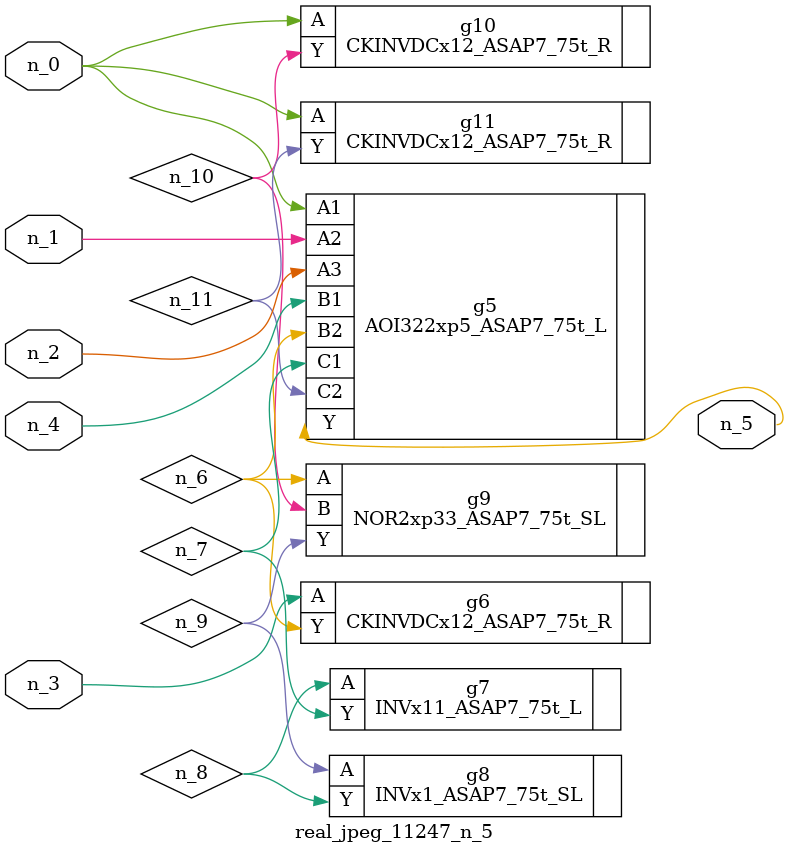
<source format=v>
module real_jpeg_11247_n_5 (n_4, n_0, n_1, n_2, n_3, n_5);

input n_4;
input n_0;
input n_1;
input n_2;
input n_3;

output n_5;

wire n_8;
wire n_11;
wire n_6;
wire n_7;
wire n_10;
wire n_9;

AOI322xp5_ASAP7_75t_L g5 ( 
.A1(n_0),
.A2(n_1),
.A3(n_2),
.B1(n_4),
.B2(n_6),
.C1(n_7),
.C2(n_11),
.Y(n_5)
);

CKINVDCx12_ASAP7_75t_R g10 ( 
.A(n_0),
.Y(n_10)
);

CKINVDCx12_ASAP7_75t_R g11 ( 
.A(n_0),
.Y(n_11)
);

CKINVDCx12_ASAP7_75t_R g6 ( 
.A(n_3),
.Y(n_6)
);

NOR2xp33_ASAP7_75t_SL g9 ( 
.A(n_6),
.B(n_10),
.Y(n_9)
);

INVx11_ASAP7_75t_L g7 ( 
.A(n_8),
.Y(n_7)
);

INVx1_ASAP7_75t_SL g8 ( 
.A(n_9),
.Y(n_8)
);


endmodule
</source>
